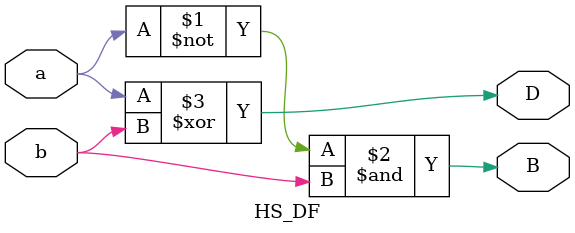
<source format=v>
module HS_DF(input a,b,output B,D);
assign B=(~a) & b;
assign D=a ^ b;
endmodule


</source>
